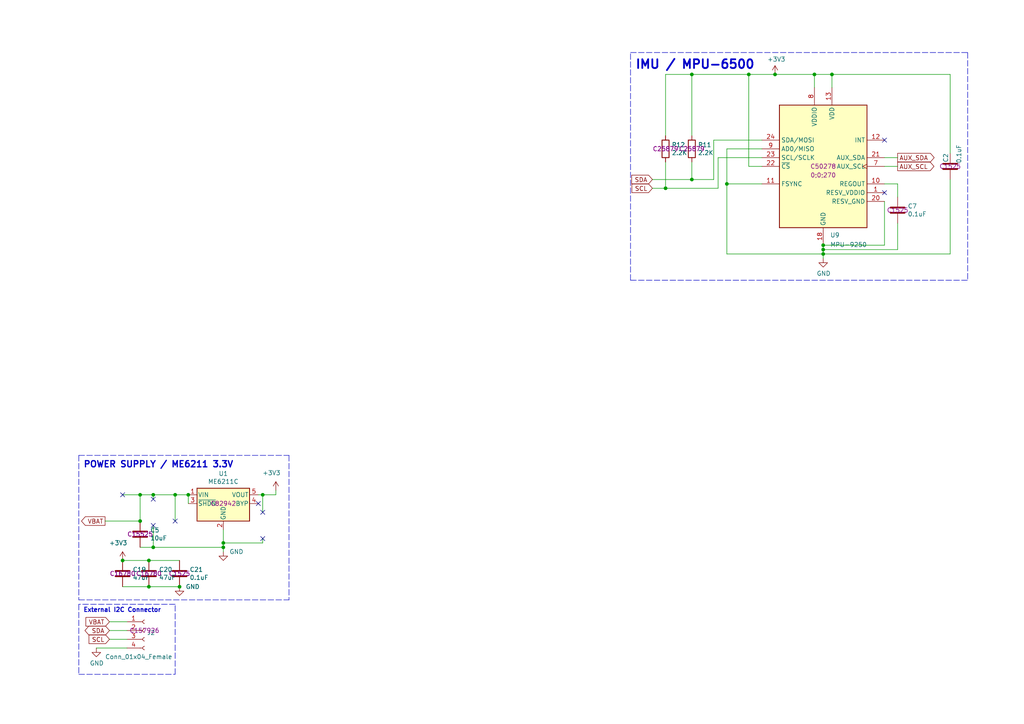
<source format=kicad_sch>
(kicad_sch (version 20211123) (generator eeschema)
  (paper "A4")
  (title_block (title "KTracker-SlimeVR-PCB") (date "2022-08-24") (rev "v0.5") (company "github.com/Kamilake/KTracker-SlimeVR-PCB") (comment 1 "Licensed under CERN-OHL-P v2 or later") (comment 2 "Compatible with github.com/SlimeVR/SlimeVR-Tracker-ESP"))
  (lib_symbols
    (symbol "Connector:Conn_01x04_Female" (pin_names (offset 1.016) hide)
      (property "Reference" "J" (at 0 5.08 0))
      (property "Value" "Conn_01x04_Female" (at 0 -7.62 0))
      (symbol "Conn_01x04_Female_1_1"
        (arc (start 0 -4.572) (mid -0.508 -5.08) (end 0 -5.588) (stroke (width 0.1524)))
        (arc (start 0 -2.032) (mid -0.508 -2.54) (end 0 -3.048) (stroke (width 0.1524)))
        (polyline (pts (xy -1.27 -5.08) (xy -0.508 -5.08)) (stroke (width 0.1524)))
        (polyline (pts (xy -1.27 -2.54) (xy -0.508 -2.54)) (stroke (width 0.1524)))
        (polyline (pts (xy -1.27 0) (xy -0.508 0)) (stroke (width 0.1524)))
        (polyline (pts (xy -1.27 2.54) (xy -0.508 2.54)) (stroke (width 0.1524)))
        (arc (start 0 0.508) (mid -0.508 0) (end 0 -0.508) (stroke (width 0.1524)))
        (arc (start 0 3.048) (mid -0.508 2.54) (end 0 2.032) (stroke (width 0.1524)))
        (pin passive line (at -5.08 2.54 0) (length 3.81) (name "Pin_1") (number "1"))
        (pin passive line (at -5.08 0 0) (length 3.81) (name "Pin_2") (number "2"))
        (pin passive line (at -5.08 -2.54 0) (length 3.81) (name "Pin_3") (number "3"))
        (pin passive line (at -5.08 -5.08 0) (length 3.81) (name "Pin_4") (number "4"))
      )
    )
    (symbol "Device:C" (pin_numbers hide) (pin_names (offset 0.254))
      (property "Reference" "C" (at 0.635 2.54 0))
      (property "Value" "C" (at 0.635 -2.54 0))
      (symbol "C_0_1"
        (polyline (pts (xy -2.032 -0.762) (xy 2.032 -0.762)) (stroke (width 0.508)))
        (polyline (pts (xy -2.032 0.762) (xy 2.032 0.762)) (stroke (width 0.508)))
      )
      (symbol "C_1_1"
        (pin passive line (at 0 3.81 270) (length 2.794) (name "~") (number "1"))
        (pin passive line (at 0 -3.81 90) (length 2.794) (name "~") (number "2"))
      )
    )
    (symbol "Device:R" (pin_numbers hide) (pin_names (offset 0))
      (property "Reference" "R" (at 2.032 0 90))
      (property "Value" "R" (at 0 0 90))
      (symbol "R_0_1"
        (rectangle (start -1.016 -2.54) (end 1.016 2.54) (stroke (width 0.254)))
      )
      (symbol "R_1_1"
        (pin passive line (at 0 3.81 270) (length 1.27) (name "~") (number "1"))
        (pin passive line (at 0 -3.81 90) (length 1.27) (name "~") (number "2"))
      )
    )
    (symbol "Regulator_Linear:APE8865U5-16-HF-3" (pin_names (offset 0.254))
      (property "Reference" "U" (at -6.35 5.715 0))
      (property "Value" "APE8865U5-16-HF-3" (at -3.175 5.715 0))
      (symbol "APE8865U5-16-HF-3_0_1"
        (rectangle (start -7.62 4.445) (end 7.62 -5.08) (stroke (width 0.254)) (fill (type background)))
      )
      (symbol "APE8865U5-16-HF-3_1_1"
        (pin power_in line (at -10.16 2.54 0) (length 2.54) (name "VIN") (number "1"))
        (pin power_in line (at 0 -7.62 90) (length 2.54) (name "GND") (number "2"))
        (pin input line (at -10.16 0 0) (length 2.54) (name "~{SHDN}") (number "3"))
        (pin input line (at 10.16 0 180) (length 2.54) (name "BYP") (number "4"))
        (pin power_out line (at 10.16 2.54 180) (length 2.54) (name "VOUT") (number "5"))
      )
    )
    (symbol "Sensor_Motion:MPU-9250"
      (property "Reference" "U" (at -11.43 19.05 0))
      (property "Value" "MPU-9250" (at 7.62 -19.05 0))
      (symbol "MPU-9250_0_1"
        (rectangle (start -12.7 17.78) (end 12.7 -17.78) (stroke (width 0.254)) (fill (type background)))
      )
      (symbol "MPU-9250_1_1"
        (pin input line (at 17.78 -7.62 180) (length 5.08) (name "RESV_VDDIO") (number "1"))
        (pin passive line (at 17.78 -5.08 180) (length 5.08) (name "REGOUT") (number "10"))
        (pin input line (at -17.78 -5.08 0) (length 5.08) (name "FSYNC") (number "11"))
        (pin output line (at 17.78 7.62 180) (length 5.08) (name "INT") (number "12"))
        (pin power_in line (at 2.54 22.86 270) (length 5.08) (name "VDD") (number "13"))
        (pin power_in line (at 0 -22.86 90) (length 5.08) (name "GND") (number "18"))
        (pin power_in line (at 17.78 -10.16 180) (length 5.08) (name "RESV_GND") (number "20"))
        (pin bidirectional line (at 17.78 2.54 180) (length 5.08) (name "AUX_SDA") (number "21"))
        (pin input line (at -17.78 0 0) (length 5.08) (name "~{CS}") (number "22"))
        (pin input line (at -17.78 2.54 0) (length 5.08) (name "SCL/SCLK") (number "23"))
        (pin bidirectional line (at -17.78 7.62 0) (length 5.08) (name "SDA/MOSI") (number "24"))
        (pin output clock (at 17.78 0 180) (length 5.08) (name "AUX_SCL") (number "7"))
        (pin power_in line (at -2.54 22.86 270) (length 5.08) (name "VDDIO") (number "8"))
        (pin bidirectional line (at -17.78 5.08 0) (length 5.08) (name "AD0/MISO") (number "9"))
      )
    )
    (symbol "power:+3.3V" (power) (pin_names (offset 0))
      (property "Value" "+3.3V" (at 0 3.556 0))
      (symbol "+3.3V_0_1"
        (polyline (pts (xy -0.762 1.27) (xy 0 2.54)))
        (polyline (pts (xy 0 0) (xy 0 2.54)))
        (polyline (pts (xy 0 2.54) (xy 0.762 1.27)))
      )
      (symbol "+3.3V_1_1"
        (pin power_in line (at 0 0 90) (length 0) hide (name "+3V3") (number "1"))
      )
    )
    (symbol "power:GND" (power) (pin_names (offset 0))
      (property "Value" "GND" (at 0 -3.81 0))
      (symbol "GND_0_1"
        (polyline (pts (xy 0 0) (xy 0 -1.27) (xy 1.27 -1.27) (xy 0 -2.54) (xy -1.27 -1.27) (xy 0 -1.27)))
      )
      (symbol "GND_1_1"
        (pin power_in line (at 0 0 270) (length 0) hide (name "GND") (number "1"))
      )
    )
  )
  (junction (at 40.64 143.51))
  (junction (at 64.77 157.48))
  (junction (at 76.2 143.51))
  (junction (at 236.22 21.59))
  (junction (at 43.18 162.56))
  (junction (at 224.79 21.59))
  (junction (at 44.45 158.75))
  (junction (at 50.8 143.51))
  (junction (at 35.56 162.56))
  (junction (at 217.17 21.59))
  (junction (at 64.77 158.75))
  (junction (at 193.04 54.61))
  (junction (at 238.76 73.66))
  (junction (at 54.61 143.51))
  (junction (at 200.66 21.59))
  (junction (at 241.3 21.59))
  (junction (at 44.45 143.51))
  (junction (at 40.64 151.13))
  (junction (at 52.07 170.18))
  (junction (at 238.76 71.12))
  (junction (at 43.18 170.18))
  (junction (at 210.82 53.34))
  (junction (at 238.76 72.39))
  (junction (at 200.66 52.07))
  (no_connect (at 256.54 40.64))
  (no_connect (at 74.93 146.05))
  (no_connect (at 76.2 148.59))
  (no_connect (at 256.54 55.88))
  (no_connect (at 50.8 151.13))
  (no_connect (at 76.2 156.21))
  (no_connect (at 44.45 144.78))
  (no_connect (at 44.45 152.4))
  (no_connect (at 35.56 143.51))
  (bus_entry (at -675.64 227.33) (size 2.54 2.54))
  (wire (pts (xy 256.54 71.12) (xy 238.76 71.12)))
  (wire (pts (xy 35.56 143.51) (xy 40.64 143.51)))
  (polyline (pts (xy 50.8 195.58) (xy 50.8 175.26)))
  (wire (pts (xy 43.18 162.56) (xy 35.56 162.56)))
  (wire (pts (xy 275.59 73.66) (xy 238.76 73.66)))
  (wire (pts (xy 64.77 153.67) (xy 64.77 157.48)))
  (wire (pts (xy 189.23 54.61) (xy 193.04 54.61)))
  (wire (pts (xy 43.18 170.18) (xy 52.07 170.18)))
  (wire (pts (xy 275.59 21.59) (xy 241.3 21.59)))
  (wire (pts (xy 50.8 143.51) (xy 54.61 143.51)))
  (wire (pts (xy 44.45 143.51) (xy 50.8 143.51)))
  (wire (pts (xy 80.01 143.51) (xy 76.2 143.51)))
  (polyline (pts (xy 22.86 132.08) (xy 83.82 132.08)))
  (wire (pts (xy 43.18 170.18) (xy 35.56 170.18)))
  (wire (pts (xy 241.3 21.59) (xy 241.3 25.4)))
  (wire (pts (xy 76.2 156.21) (xy 76.2 157.48)))
  (wire (pts (xy 76.2 143.51) (xy 74.93 143.51)))
  (wire (pts (xy 30.48 151.13) (xy 40.64 151.13)))
  (wire (pts (xy 52.07 162.56) (xy 43.18 162.56)))
  (wire (pts (xy 260.35 57.15) (xy 260.35 53.34)))
  (wire (pts (xy 44.45 152.4) (xy 44.45 158.75)))
  (wire (pts (xy 31.75 185.42) (xy 36.83 185.42)))
  (wire (pts (xy 76.2 148.59) (xy 76.2 143.51)))
  (polyline (pts (xy 83.82 132.08) (xy 83.82 173.99)))
  (polyline (pts (xy 22.86 132.08) (xy 22.86 173.99)))
  (wire (pts (xy 44.45 144.78) (xy 44.45 143.51)))
  (wire (pts (xy 50.8 151.13) (xy 50.8 143.51)))
  (polyline (pts (xy 182.88 15.24) (xy 280.67 15.24)))
  (wire (pts (xy 200.66 21.59) (xy 200.66 39.37)))
  (wire (pts (xy 40.64 158.75) (xy 44.45 158.75)))
  (wire (pts (xy 64.77 157.48) (xy 64.77 158.75)))
  (wire (pts (xy 40.64 143.51) (xy 44.45 143.51)))
  (wire (pts (xy 220.98 48.26) (xy 217.17 48.26)))
  (wire (pts (xy 275.59 52.07) (xy 275.59 73.66)))
  (polyline (pts (xy 22.86 175.26) (xy 22.86 195.58)))
  (wire (pts (xy 260.35 48.26) (xy 256.54 48.26)))
  (wire (pts (xy 200.66 46.99) (xy 200.66 52.07)))
  (polyline (pts (xy 50.8 175.26) (xy 22.86 175.26)))
  (polyline (pts (xy 22.86 173.99) (xy 83.82 173.99)))
  (polyline (pts (xy 182.88 81.28) (xy 280.67 81.28)))
  (wire (pts (xy 208.28 45.72) (xy 220.98 45.72)))
  (wire (pts (xy 210.82 43.18) (xy 210.82 53.34)))
  (wire (pts (xy 260.35 53.34) (xy 256.54 53.34)))
  (wire (pts (xy 238.76 72.39) (xy 238.76 73.66)))
  (wire (pts (xy 210.82 53.34) (xy 210.82 73.66)))
  (wire (pts (xy 236.22 21.59) (xy 241.3 21.59)))
  (wire (pts (xy 193.04 46.99) (xy 193.04 54.61)))
  (wire (pts (xy 275.59 44.45) (xy 275.59 21.59)))
  (wire (pts (xy 220.98 53.34) (xy 210.82 53.34)))
  (wire (pts (xy 260.35 72.39) (xy 238.76 72.39)))
  (wire (pts (xy 256.54 71.12) (xy 256.54 58.42)))
  (polyline (pts (xy 182.88 81.28) (xy 182.88 15.24)))
  (wire (pts (xy 208.28 54.61) (xy 208.28 45.72)))
  (wire (pts (xy 193.04 21.59) (xy 193.04 39.37)))
  (wire (pts (xy 220.98 43.18) (xy 210.82 43.18)))
  (wire (pts (xy 217.17 21.59) (xy 224.79 21.59)))
  (wire (pts (xy 40.64 151.13) (xy 40.64 143.51)))
  (wire (pts (xy 256.54 45.72) (xy 260.35 45.72)))
  (wire (pts (xy 193.04 21.59) (xy 200.66 21.59)))
  (polyline (pts (xy 22.86 195.58) (xy 50.8 195.58)))
  (wire (pts (xy 54.61 143.51) (xy 54.61 146.05)))
  (wire (pts (xy 260.35 64.77) (xy 260.35 72.39)))
  (wire (pts (xy 238.76 73.66) (xy 238.76 74.93)))
  (polyline (pts (xy 280.67 15.24) (xy 280.67 81.28)))
  (wire (pts (xy 207.01 40.64) (xy 207.01 52.07)))
  (wire (pts (xy 80.01 142.24) (xy 80.01 143.51)))
  (wire (pts (xy 236.22 21.59) (xy 236.22 25.4)))
  (wire (pts (xy 76.2 157.48) (xy 64.77 157.48)))
  (wire (pts (xy 238.76 72.39) (xy 238.76 71.12)))
  (wire (pts (xy 200.66 52.07) (xy 207.01 52.07)))
  (wire (pts (xy 36.83 182.88) (xy 31.75 182.88)))
  (wire (pts (xy 224.79 21.59) (xy 236.22 21.59)))
  (wire (pts (xy 193.04 54.61) (xy 208.28 54.61)))
  (wire (pts (xy 200.66 21.59) (xy 217.17 21.59)))
  (wire (pts (xy 210.82 73.66) (xy 238.76 73.66)))
  (wire (pts (xy 207.01 40.64) (xy 220.98 40.64)))
  (wire (pts (xy 189.23 52.07) (xy 200.66 52.07)))
  (wire (pts (xy 27.94 187.96) (xy 36.83 187.96)))
  (wire (pts (xy 64.77 158.75) (xy 64.77 160.02)))
  (wire (pts (xy 31.75 180.34) (xy 36.83 180.34)))
  (wire (pts (xy 217.17 48.26) (xy 217.17 21.59)))
  (wire (pts (xy 44.45 158.75) (xy 64.77 158.75)))
  (text "External I2C Connector" (at 24.13 177.8 0) (effects (font (size 1.27 1.27) (thickness 0.254) bold) (justify left bottom)))
  (text "IMU / MPU-6500" (at 184.15 20.32 0) (effects (font (size 2.54 2.54) (thickness 0.508) bold) (justify left bottom)))
  (text "POWER SUPPLY / ME6211 3.3V" (at 24.13 135.89 0) (effects (font (size 1.8034 1.8034) (thickness 0.3607) bold) (justify left bottom)))
  (global_label "VBAT" (shape input) (at 31.75 180.34 180) (property "Intersheet References" "${INTERSHEET_REFS}" (effects hide)))
  (global_label "SDA" (shape bidirectional) (at 31.75 182.88 180) (property "Intersheet References" "${INTERSHEET_REFS}" (effects hide)))
  (global_label "SDA" (shape input) (at 189.23 52.07 180) (property "Intersheet References" "${INTERSHEET_REFS}" (effects hide)))
  (global_label "VBAT" (shape output) (at 30.48 151.13 180) (property "Intersheet References" "${INTERSHEET_REFS}" (effects hide)))
  (global_label "SCL" (shape input) (at 31.75 185.42 180) (property "Intersheet References" "${INTERSHEET_REFS}" (effects hide)))
  (global_label "AUX_SDA" (shape output) (at 260.35 45.72 0) (property "Intersheet References" "${INTERSHEET_REFS}" (effects hide)))
  (global_label "SCL" (shape input) (at 189.23 54.61 180) (property "Intersheet References" "${INTERSHEET_REFS}" (effects hide)))
  (global_label "AUX_SCL" (shape output) (at 260.35 48.26 0) (property "Intersheet References" "${INTERSHEET_REFS}" (effects hide)))
  (symbol (lib_id "Device:C") (at 260.35 60.96 0) (unit 1)
    (property "Reference" "C7" (at 263.271 59.7916 0) (effects (justify left)))
    (property "Value" "0.1uF" (at 263.271 62.103 0) (effects (justify left)))
    (property "Footprint" "Capacitor_SMD:C_0402_1005Metric" (effects hide))
    (property "LCSC" "C1525" (at 260.35 60.96 0))
  )
  (symbol (lib_id "Device:R") (at 193.04 43.18 0) (unit 1)
    (property "Reference" "R12" (at 194.818 42.0116 0) (effects (justify left)))
    (property "Value" "2.2K" (at 194.818 44.323 0) (effects (justify left)))
    (property "Footprint" "Resistor_SMD:R_0402_1005Metric" (effects hide))
    (property "LCSC" "C25879" (at 193.04 43.18 0))
  )
  (symbol (lib_id "Device:R") (at 200.66 43.18 0) (unit 1)
    (property "Reference" "R11" (at 202.438 42.0116 0) (effects (justify left)))
    (property "Value" "2.2K" (at 202.438 44.323 0) (effects (justify left)))
    (property "Footprint" "Resistor_SMD:R_0402_1005Metric" (effects hide))
    (property "LCSC" "C25879" (at 200.66 43.18 0))
  )
  (symbol (lib_id "power:GND") (at 238.76 74.93 0) (unit 1)
    (property "Reference" "#PWR07" (effects hide))
    (property "Value" "GND" (at 238.887 79.3242 0))
  )
  (symbol (lib_id "power:+3.3V") (at 224.79 21.59 0) (unit 1)
    (property "Reference" "#PWR02" (effects hide))
    (property "Value" "+3.3V" (at 225.171 17.1958 0))
  )
  (symbol (lib_id "power:+3.3V") (at 80.01 142.24 0) (unit 1)
    (property "Reference" "#PWR0109" (effects hide))
    (property "Value" "+3.3V" (at 78.74 137.16 0))
  )
  (symbol (lib_id "Device:C") (at 40.64 154.94 0) (unit 1)
    (property "Reference" "C5" (at 43.561 153.7716 0) (effects (justify left)))
    (property "Value" "10uF" (at 43.561 156.083 0) (effects (justify left)))
    (property "Footprint" "Capacitor_SMD:C_0402_1005Metric" (effects hide))
    (property "LCSC" "C15525" (at 40.64 154.94 0))
  )
  (symbol (lib_id "Connector:Conn_01x04_Female") (at 41.91 182.88 0) (unit 1)
    (property "Reference" "J2" (at 42.6212 183.4896 0) (effects (justify left)))
    (property "Value" "Conn_01x04_Female" (at 30.48 190.5 0) (effects (justify left)))
    (property "Footprint" "Connector_JST:JST_PH_S4B-PH-K_1x04_P2.00mm_Horizontal" (effects hide))
    (property "LCSC" "C157926" (at 41.91 182.88 0))
  )
  (symbol (lib_id "power:GND") (at 27.94 187.96 0) (unit 1)
    (property "Reference" "#PWR0110" (effects hide))
    (property "Value" "GND" (at 28.067 192.3542 0))
  )
  (symbol (lib_id "Regulator_Linear:APE8865U5-16-HF-3") (at 64.77 146.05 0) (unit 1)
    (property "Reference" "U1" (at 64.77 137.3632 0))
    (property "Value" "ME6211C" (at 64.77 139.6746 0))
    (property "Footprint" "Package_TO_SOT_SMD:SOT-23-5" (effects hide))
    (property "Datasheet" "http://www.tme.eu/fr/Document/ced3461ed31ea70a3c416fb648e0cde7/APE8865-3.pdf" (effects hide))
    (property "LCSC" "C82942" (at 64.77 146.05 0))
    (property "JLCPCB_CORRECTION" "0;0;180" (effects hide))
  )
  (symbol (lib_id "power:GND") (at 64.77 160.02 0) (unit 1)
    (property "Reference" "#PWR0101" (effects hide))
    (property "Value" "GND" (at 68.58 160.02 0))
  )
  (symbol (lib_id "Device:C") (at 35.56 166.37 0) (unit 1)
    (property "Reference" "C19" (at 38.481 165.2016 0) (effects (justify left)))
    (property "Value" "47uF" (at 38.481 167.513 0) (effects (justify left)))
    (property "Footprint" "Capacitor_SMD:C_0805_2012Metric" (effects hide))
    (property "LCSC" "C16780" (at 35.56 166.37 0))
  )
  (symbol (lib_id "Device:C") (at 43.18 166.37 0) (unit 1)
    (property "Reference" "C20" (at 46.101 165.2016 0) (effects (justify left)))
    (property "Value" "47uF" (at 46.101 167.513 0) (effects (justify left)))
    (property "Footprint" "Capacitor_SMD:C_0805_2012Metric" (effects hide))
    (property "LCSC" "C16780" (at 43.18 166.37 0))
  )
  (symbol (lib_id "power:+3.3V") (at 35.56 162.56 0) (unit 1)
    (property "Reference" "#PWR0115" (effects hide))
    (property "Value" "+3.3V" (at 34.29 157.48 0))
  )
  (symbol (lib_id "Device:C") (at 52.07 166.37 0) (unit 1)
    (property "Reference" "C21" (at 54.991 165.2016 0) (effects (justify left)))
    (property "Value" "0.1uF" (at 54.991 167.513 0) (effects (justify left)))
    (property "Footprint" "Capacitor_SMD:C_0402_1005Metric" (effects hide))
    (property "LCSC" "C1525" (at 52.07 166.37 0))
  )
  (symbol (lib_id "power:GND") (at 52.07 170.18 0) (unit 1)
    (property "Reference" "#PWR09" (effects hide))
    (property "Value" "GND" (at 55.88 170.18 0))
  )
  (symbol (lib_id "Sensor_Motion:MPU-9250") (at 238.76 48.26 0) (unit 1)
    (property "Reference" "U9" (at 240.7794 68.1895 0) (effects (justify left)))
    (property "Value" "MPU-9250" (at 240.7794 70.9646 0) (effects (justify left)))
    (property "Footprint" "Sensor_Motion:InvenSense_QFN-24_3x3mm_P0.4mm" (effects hide))
    (property "Datasheet" "https://store.invensense.com/datasheets/invensense/MPU9250REV1.0.pdf" (effects hide))
    (property "LCSC" "C50278" (at 238.76 48.26 0))
    (property "JLCPCB_CORRECTION" "0;0;270" (at 238.76 50.8 0))
  )
  (symbol (lib_id "Device:C") (at 275.59 48.26 180) (unit 1)
    (property "Reference" "C2" (at 274.32 44.45 90) (effects (justify left)))
    (property "Value" "0.1uF" (at 278.13 41.91 90) (effects (justify left)))
    (property "Footprint" "Capacitor_SMD:C_0402_1005Metric" (effects hide))
    (property "LCSC" "C1525" (at 275.59 48.26 0))
  )
)
</source>
